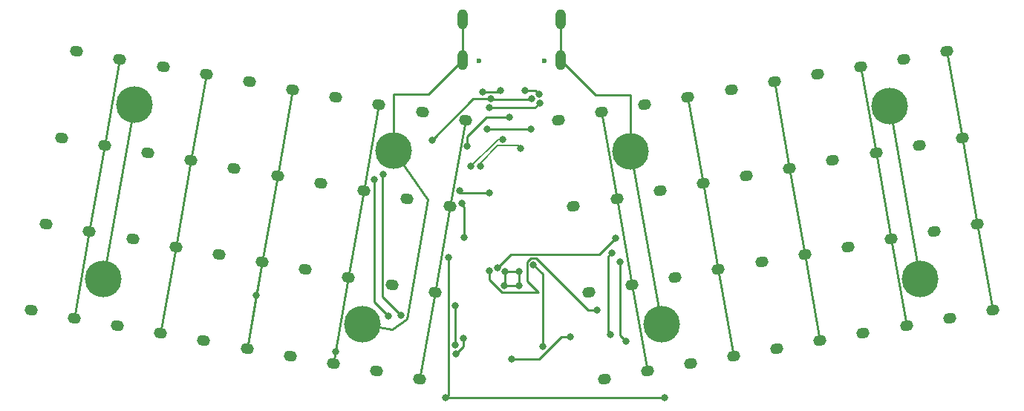
<source format=gbr>
%TF.GenerationSoftware,KiCad,Pcbnew,7.0.8*%
%TF.CreationDate,2023-12-09T20:05:49-06:00*%
%TF.ProjectId,lemmingz40,6c656d6d-696e-4677-9a34-302e6b696361,rev?*%
%TF.SameCoordinates,Original*%
%TF.FileFunction,Copper,L1,Top*%
%TF.FilePolarity,Positive*%
%FSLAX46Y46*%
G04 Gerber Fmt 4.6, Leading zero omitted, Abs format (unit mm)*
G04 Created by KiCad (PCBNEW 7.0.8) date 2023-12-09 20:05:49*
%MOMM*%
%LPD*%
G01*
G04 APERTURE LIST*
G04 Aperture macros list*
%AMHorizOval*
0 Thick line with rounded ends*
0 $1 width*
0 $2 $3 position (X,Y) of the first rounded end (center of the circle)*
0 $4 $5 position (X,Y) of the second rounded end (center of the circle)*
0 Add line between two ends*
20,1,$1,$2,$3,$4,$5,0*
0 Add two circle primitives to create the rounded ends*
1,1,$1,$2,$3*
1,1,$1,$4,$5*%
G04 Aperture macros list end*
%TA.AperFunction,ComponentPad*%
%ADD10HorizOval,1.224000X0.147721X0.026047X-0.147721X-0.026047X0*%
%TD*%
%TA.AperFunction,ComponentPad*%
%ADD11HorizOval,1.224000X0.147721X-0.026047X-0.147721X0.026047X0*%
%TD*%
%TA.AperFunction,ComponentPad*%
%ADD12C,4.190000*%
%TD*%
%TA.AperFunction,WasherPad*%
%ADD13C,0.600000*%
%TD*%
%TA.AperFunction,ComponentPad*%
%ADD14O,1.200000X2.300000*%
%TD*%
%TA.AperFunction,ViaPad*%
%ADD15C,0.800000*%
%TD*%
%TA.AperFunction,Conductor*%
%ADD16C,0.250000*%
%TD*%
%TA.AperFunction,Conductor*%
%ADD17C,0.200000*%
%TD*%
G04 APERTURE END LIST*
D10*
%TO.P,SW2,1,1*%
%TO.N,Net-(D2-A)*%
X137386395Y-41011661D03*
%TO.P,SW2,2,2*%
%TO.N,COL2*%
X142310433Y-40143421D03*
%TD*%
%TO.P,SW32,1,1*%
%TO.N,Net-(D32-A)*%
X142595844Y-70555894D03*
%TO.P,SW32,2,2*%
%TO.N,COL2*%
X147519882Y-69687654D03*
%TD*%
%TO.P,SW10,1,1*%
%TO.N,Net-(D10-A)*%
X97994083Y-47957589D03*
%TO.P,SW10,2,2*%
%TO.N,COL10*%
X102918121Y-47089349D03*
%TD*%
%TO.P,SW20,1,1*%
%TO.N,Net-(D20-A)*%
X99730567Y-57805662D03*
%TO.P,SW20,2,2*%
%TO.N,COL10*%
X104654605Y-56937422D03*
%TD*%
%TO.P,SW8,1,1*%
%TO.N,Net-(D8-A)*%
X107842164Y-46221106D03*
%TO.P,SW8,2,2*%
%TO.N,COL8*%
X112766202Y-45352866D03*
%TD*%
D11*
%TO.P,SW19,1,1*%
%TO.N,Net-(D19-A)*%
X80730564Y-56937423D03*
%TO.P,SW19,2,2*%
%TO.N,COL9*%
X85654602Y-57805663D03*
%TD*%
D10*
%TO.P,SW38,1,1*%
%TO.N,Net-(D38-A)*%
X113051609Y-75765337D03*
%TO.P,SW38,2,2*%
%TO.N,COL8*%
X117975647Y-74897097D03*
%TD*%
D11*
%TO.P,SW15,1,1*%
%TO.N,Net-(D15-A)*%
X61034414Y-53464462D03*
%TO.P,SW15,2,2*%
%TO.N,COL5*%
X65958452Y-54332702D03*
%TD*%
%TO.P,SW21,1,1*%
%TO.N,Net-(D21-A)*%
X39601775Y-59839575D03*
%TO.P,SW21,2,2*%
%TO.N,COL1*%
X44525813Y-60707815D03*
%TD*%
%TO.P,SW1,1,1*%
%TO.N,Net-(D1-A)*%
X43074739Y-40143419D03*
%TO.P,SW1,2,2*%
%TO.N,COL1*%
X47998777Y-41011659D03*
%TD*%
D10*
%TO.P,SW36,1,1*%
%TO.N,Net-(D36-A)*%
X122899685Y-74028858D03*
%TO.P,SW36,2,2*%
%TO.N,COL6*%
X127823723Y-73160618D03*
%TD*%
D11*
%TO.P,SW29,1,1*%
%TO.N,Net-(D29-A)*%
X78994084Y-66785503D03*
%TO.P,SW29,2,2*%
%TO.N,COL9*%
X83918122Y-67653743D03*
%TD*%
%TO.P,SW25,1,1*%
%TO.N,Net-(D25-A)*%
X59297929Y-63312541D03*
%TO.P,SW25,2,2*%
%TO.N,COL5*%
X64221967Y-64180781D03*
%TD*%
%TO.P,SW31,1,1*%
%TO.N,Net-(D31-A)*%
X37865294Y-69687654D03*
%TO.P,SW31,2,2*%
%TO.N,COL1*%
X42789332Y-70555894D03*
%TD*%
%TO.P,SW11,1,1*%
%TO.N,Net-(D11-A)*%
X41338256Y-49991500D03*
%TO.P,SW11,2,2*%
%TO.N,COL1*%
X46262294Y-50859740D03*
%TD*%
%TO.P,SW13,1,1*%
%TO.N,Net-(D13-A)*%
X51186331Y-51727978D03*
%TO.P,SW13,2,2*%
%TO.N,COL3*%
X56110369Y-52596218D03*
%TD*%
D10*
%TO.P,SW4,1,1*%
%TO.N,Net-(D4-A)*%
X127538315Y-42748140D03*
%TO.P,SW4,2,2*%
%TO.N,COL4*%
X132462353Y-41879900D03*
%TD*%
%TO.P,SW34,1,1*%
%TO.N,Net-(D34-A)*%
X132747760Y-72292377D03*
%TO.P,SW34,2,2*%
%TO.N,COL4*%
X137671798Y-71424137D03*
%TD*%
D11*
%TO.P,SW17,1,1*%
%TO.N,Net-(D17-A)*%
X70882489Y-55200946D03*
%TO.P,SW17,2,2*%
%TO.N,COL7*%
X75806527Y-56069186D03*
%TD*%
D10*
%TO.P,SW18,1,1*%
%TO.N,Net-(D18-A)*%
X109578643Y-56069184D03*
%TO.P,SW18,2,2*%
%TO.N,COL8*%
X114502681Y-55200944D03*
%TD*%
D11*
%TO.P,SW33,1,1*%
%TO.N,Net-(D33-A)*%
X47713371Y-71424136D03*
%TO.P,SW33,2,2*%
%TO.N,COL3*%
X52637409Y-72292376D03*
%TD*%
D10*
%TO.P,SW40,1,1*%
%TO.N,Net-(D40-A)*%
X103203531Y-77501822D03*
%TO.P,SW40,2,2*%
%TO.N,COL10*%
X108127569Y-76633582D03*
%TD*%
%TO.P,SW30,1,1*%
%TO.N,Net-(D30-A)*%
X101467049Y-67653740D03*
%TO.P,SW30,2,2*%
%TO.N,COL10*%
X106391087Y-66785500D03*
%TD*%
D11*
%TO.P,SW7,1,1*%
%TO.N,Net-(D7-A)*%
X72618969Y-45352868D03*
%TO.P,SW7,2,2*%
%TO.N,COL7*%
X77543007Y-46221108D03*
%TD*%
D10*
%TO.P,SW14,1,1*%
%TO.N,Net-(D14-A)*%
X129274800Y-52596219D03*
%TO.P,SW14,2,2*%
%TO.N,COL4*%
X134198838Y-51727979D03*
%TD*%
%TO.P,SW12,1,1*%
%TO.N,Net-(D12-A)*%
X139122877Y-50859737D03*
%TO.P,SW12,2,2*%
%TO.N,COL2*%
X144046915Y-49991497D03*
%TD*%
D11*
%TO.P,SW5,1,1*%
%TO.N,Net-(D5-A)*%
X62770893Y-43616386D03*
%TO.P,SW5,2,2*%
%TO.N,COL5*%
X67694931Y-44484626D03*
%TD*%
%TO.P,SW3,1,1*%
%TO.N,Net-(D3-A)*%
X52922816Y-41879903D03*
%TO.P,SW3,2,2*%
%TO.N,COL3*%
X57846854Y-42748143D03*
%TD*%
D10*
%TO.P,SW24,1,1*%
%TO.N,Net-(D24-A)*%
X131011282Y-62444298D03*
%TO.P,SW24,2,2*%
%TO.N,COL4*%
X135935320Y-61576058D03*
%TD*%
%TO.P,SW16,1,1*%
%TO.N,Net-(D16-A)*%
X119426719Y-54332702D03*
%TO.P,SW16,2,2*%
%TO.N,COL6*%
X124350757Y-53464462D03*
%TD*%
%TO.P,SW28,1,1*%
%TO.N,Net-(D28-A)*%
X111315126Y-65917262D03*
%TO.P,SW28,2,2*%
%TO.N,COL8*%
X116239164Y-65049022D03*
%TD*%
D11*
%TO.P,SW37,1,1*%
%TO.N,Net-(D37-A)*%
X67409523Y-74897101D03*
%TO.P,SW37,2,2*%
%TO.N,COL7*%
X72333561Y-75765341D03*
%TD*%
%TO.P,SW9,1,1*%
%TO.N,Net-(D9-A)*%
X82467050Y-47089348D03*
%TO.P,SW9,2,2*%
%TO.N,COL9*%
X87391088Y-47957588D03*
%TD*%
%TO.P,SW39,1,1*%
%TO.N,Net-(D39-A)*%
X77257603Y-76633582D03*
%TO.P,SW39,2,2*%
%TO.N,COL9*%
X82181641Y-77501822D03*
%TD*%
D10*
%TO.P,SW26,1,1*%
%TO.N,Net-(D26-A)*%
X121163203Y-64180781D03*
%TO.P,SW26,2,2*%
%TO.N,COL6*%
X126087241Y-63312541D03*
%TD*%
%TO.P,SW22,1,1*%
%TO.N,Net-(D22-A)*%
X140859359Y-60707817D03*
%TO.P,SW22,2,2*%
%TO.N,COL2*%
X145783397Y-59839577D03*
%TD*%
D11*
%TO.P,SW23,1,1*%
%TO.N,Net-(D23-A)*%
X49449856Y-61576054D03*
%TO.P,SW23,2,2*%
%TO.N,COL3*%
X54373894Y-62444294D03*
%TD*%
%TO.P,SW27,1,1*%
%TO.N,Net-(D27-A)*%
X69146007Y-65049023D03*
%TO.P,SW27,2,2*%
%TO.N,COL7*%
X74070045Y-65917263D03*
%TD*%
%TO.P,SW35,1,1*%
%TO.N,Net-(D35-A)*%
X57561445Y-73160615D03*
%TO.P,SW35,2,2*%
%TO.N,COL5*%
X62485483Y-74028855D03*
%TD*%
D10*
%TO.P,SW6,1,1*%
%TO.N,Net-(D6-A)*%
X117690239Y-44484625D03*
%TO.P,SW6,2,2*%
%TO.N,COL6*%
X122614277Y-43616385D03*
%TD*%
D12*
%TO.P,H3,1,1*%
%TO.N,GND*%
X46119592Y-66065976D03*
%TD*%
%TO.P,H6,1,1*%
%TO.N,GND*%
X135792617Y-46369820D03*
%TD*%
%TO.P,H2,1,1*%
%TO.N,GND*%
X79157630Y-51461058D03*
%TD*%
%TO.P,H1,1,1*%
%TO.N,GND*%
X49613397Y-46251616D03*
%TD*%
D13*
%TO.P,J1,*%
%TO.N,*%
X88910012Y-41184151D03*
X96410012Y-41184151D03*
D14*
%TO.P,J1,S1,Shield*%
%TO.N,GND*%
X87085012Y-41104151D03*
X98235012Y-41104151D03*
X87085012Y-36504151D03*
X98235012Y-36504151D03*
%TD*%
D12*
%TO.P,H4,1,1*%
%TO.N,GND*%
X75663823Y-71275424D03*
%TD*%
%TO.P,H7,1,1*%
%TO.N,GND*%
X109721346Y-71275421D03*
%TD*%
%TO.P,H8,1,1*%
%TO.N,GND*%
X139265580Y-66065975D03*
%TD*%
%TO.P,H5,1,1*%
%TO.N,GND*%
X106248381Y-51579265D03*
%TD*%
D15*
%TO.N,GND*%
X90081655Y-46584957D03*
X86228081Y-69127136D03*
X93493345Y-65241990D03*
X86228081Y-73627137D03*
X95859116Y-46012026D03*
X91826681Y-66908655D03*
X93493343Y-66908657D03*
X91935511Y-65241992D03*
%TO.N,NRST*%
X99378390Y-72690274D03*
X92660012Y-75241986D03*
%TO.N,+5V*%
X92409602Y-47626409D03*
X90160050Y-56275350D03*
X86702372Y-56035710D03*
X87596316Y-50963390D03*
%TO.N,ROW1*%
X94860049Y-48975349D03*
X87245296Y-61331650D03*
X89875457Y-48995453D03*
X86964129Y-57477137D03*
%TO.N,ROW2*%
X104503082Y-61477136D03*
X91033135Y-64812200D03*
%TO.N,ROW3*%
X90103081Y-65177137D03*
X102428081Y-69702137D03*
%TO.N,ROW4*%
X110128037Y-79660437D03*
X85428081Y-63677136D03*
X85128047Y-79660439D03*
%TO.N,VBUS*%
X90260049Y-45575351D03*
X83560051Y-50275352D03*
X94960049Y-45575352D03*
%TO.N,Net-(J1-CC1)*%
X89385951Y-44801958D03*
X91360049Y-44575352D03*
%TO.N,Net-(J1-CC2)*%
X95833295Y-44999982D03*
X94185512Y-44575349D03*
%TO.N,BOOT0*%
X95135607Y-64464568D03*
X96211519Y-73793497D03*
%TO.N,COL1*%
X80028082Y-70252137D03*
X78003081Y-54177138D03*
%TO.N,COL2*%
X104053081Y-63152139D03*
X103953081Y-72485781D03*
%TO.N,COL3*%
X77028081Y-54727136D03*
X78578081Y-70302137D03*
%TO.N,COL4*%
X105703081Y-73210280D03*
X105028083Y-64177138D03*
%TO.N,COL5*%
X63556973Y-67952136D03*
%TO.N,COL7*%
X72626831Y-74415038D03*
%TO.N,COL9*%
X87153081Y-72850821D03*
X86327180Y-74627137D03*
%TO.N,D_P*%
X89085048Y-53275350D03*
X93710014Y-51200350D03*
%TO.N,D_N*%
X88035047Y-53275353D03*
X91660049Y-50200850D03*
%TD*%
D16*
%TO.N,GND*%
X91935513Y-66799824D02*
X91826681Y-66908655D01*
X106248381Y-45102039D02*
X106248381Y-51579265D01*
X106248383Y-51579267D02*
X106248381Y-51579265D01*
X98235012Y-41104151D02*
X98235012Y-36504151D01*
X79157630Y-51461058D02*
X79157630Y-45016050D01*
X78992458Y-71862351D02*
X75663823Y-71275424D01*
X135792617Y-46369820D02*
X139265580Y-66065975D01*
X86228081Y-69127136D02*
X86228081Y-73627137D01*
X87085012Y-41104151D02*
X87085012Y-36504151D01*
X91826681Y-66908655D02*
X93493343Y-66908657D01*
X102232900Y-45102039D02*
X106248381Y-45102039D01*
X79157630Y-51461058D02*
X83087911Y-57074084D01*
X87085012Y-41104151D02*
X83173113Y-45016050D01*
X80689920Y-70673775D02*
X78992458Y-71862351D01*
X91935511Y-65241992D02*
X93493345Y-65241990D01*
X109721346Y-71275421D02*
X106248383Y-51579267D01*
X98235012Y-41104151D02*
X102232900Y-45102039D01*
X83087911Y-57074084D02*
X80689920Y-70673775D01*
X91935511Y-65241992D02*
X91935513Y-66799824D01*
X93493345Y-65241990D02*
X93493343Y-66908657D01*
X95286185Y-46584957D02*
X90081655Y-46584957D01*
X95859116Y-46012026D02*
X95286185Y-46584957D01*
X83173113Y-45016050D02*
X79157630Y-45016050D01*
X49613397Y-46251616D02*
X46119592Y-66065976D01*
%TO.N,NRST*%
X99378390Y-72690274D02*
X98340048Y-72690272D01*
X95788335Y-75241986D02*
X92660012Y-75241986D01*
X98340048Y-72690272D02*
X95788335Y-75241986D01*
%TO.N,+5V*%
X89805101Y-47626409D02*
X87596316Y-49835194D01*
X87596316Y-49835194D02*
X87596316Y-50963390D01*
X86942013Y-56275350D02*
X86702372Y-56035710D01*
X92409602Y-47626409D02*
X89805101Y-47626409D01*
X90160050Y-56275350D02*
X86942013Y-56275350D01*
%TO.N,ROW1*%
X89895560Y-48975352D02*
X89875457Y-48995453D01*
X87245296Y-61331650D02*
X87245296Y-57869352D01*
X94860049Y-48975349D02*
X89895560Y-48975352D01*
X87245296Y-57869352D02*
X87028080Y-57652137D01*
%TO.N,ROW2*%
X102690649Y-63289570D02*
X104503082Y-61477136D01*
X92555767Y-63289569D02*
X102690649Y-63289570D01*
X91033135Y-64812200D02*
X92555767Y-63289569D01*
%TO.N,ROW3*%
X90103081Y-65177137D02*
X90103080Y-66210364D01*
X94835303Y-63739570D02*
X95435912Y-63739567D01*
X94410606Y-66372702D02*
X94410608Y-64164263D01*
X91526375Y-67633656D02*
X95671562Y-67633656D01*
X101398480Y-69702138D02*
X102428081Y-69702137D01*
X94410608Y-64164263D02*
X94835303Y-63739570D01*
X90103080Y-66210364D02*
X91526375Y-67633656D01*
X95671562Y-67633656D02*
X94410606Y-66372702D01*
X95435912Y-63739567D02*
X101398480Y-69702138D01*
%TO.N,ROW4*%
X85428082Y-79360404D02*
X85128047Y-79660439D01*
X85428081Y-63677136D02*
X85428082Y-79360404D01*
X85128047Y-79660439D02*
X110128037Y-79660437D01*
%TO.N,VBUS*%
X94885411Y-45649990D02*
X94960049Y-45575352D01*
X83575328Y-50275350D02*
X83560051Y-50275352D01*
X90260049Y-45575351D02*
X88275329Y-45575351D01*
X92660014Y-45649991D02*
X90334691Y-45649991D01*
X92660014Y-45649991D02*
X94885411Y-45649990D01*
X90160049Y-45475351D02*
X90260049Y-45575351D01*
X90334691Y-45649991D02*
X90260049Y-45575351D01*
X88275329Y-45575351D02*
X83575328Y-50275350D01*
%TO.N,Net-(J1-CC1)*%
X89385951Y-44801958D02*
X91133443Y-44801958D01*
X91260048Y-44475352D02*
X91360049Y-44575352D01*
X91133443Y-44801958D02*
X91360049Y-44575352D01*
%TO.N,Net-(J1-CC2)*%
X95408662Y-44575349D02*
X95833295Y-44999982D01*
X94185512Y-44575349D02*
X95408662Y-44575349D01*
%TO.N,BOOT0*%
X96211519Y-73793497D02*
X96211521Y-65540480D01*
X96211521Y-65540480D02*
X95135607Y-64464568D01*
%TO.N,COL1*%
X44525812Y-60707815D02*
X46262291Y-50859737D01*
X77909421Y-54270795D02*
X78003081Y-54177138D01*
X47998774Y-41011663D02*
X47998776Y-41011662D01*
X46262291Y-50859737D02*
X46262292Y-50859738D01*
X46262291Y-50859737D02*
X46262292Y-50859738D01*
X44525812Y-60707815D02*
X46262291Y-50859737D01*
X42789332Y-70555889D02*
X44525812Y-60707815D01*
X44525812Y-60707815D02*
X46262291Y-50859737D01*
X46262291Y-50859737D02*
X46262292Y-50859738D01*
X42789332Y-70555889D02*
X44525812Y-60707815D01*
X46262291Y-50859737D02*
X46262292Y-50859738D01*
X46262292Y-50859738D02*
X47998774Y-41011663D01*
X47998774Y-41011663D02*
X47998776Y-41011662D01*
X47998774Y-41011663D02*
X47998776Y-41011662D01*
X42789332Y-70555889D02*
X44525812Y-60707815D01*
X44525812Y-60707815D02*
X46262291Y-50859737D01*
X77909423Y-68133478D02*
X77909421Y-54270795D01*
X80028082Y-70252137D02*
X77909423Y-68133478D01*
X46262291Y-50859737D02*
X46262292Y-50859738D01*
X47998774Y-41011663D02*
X47998776Y-41011662D01*
X46262292Y-50859738D02*
X47998774Y-41011663D01*
X44525812Y-60707815D02*
X46262291Y-50859737D01*
X42789332Y-70555889D02*
X44525812Y-60707815D01*
X44525812Y-60707815D02*
X46262291Y-50859737D01*
X47998774Y-41011663D02*
X47998776Y-41011662D01*
X46262291Y-50859737D02*
X46262292Y-50859738D01*
X46262292Y-50859738D02*
X47998774Y-41011663D01*
X44525812Y-60707815D02*
X46262291Y-50859737D01*
X42789332Y-70555889D02*
X44525812Y-60707815D01*
X46262291Y-50859737D02*
X46262292Y-50859738D01*
X46262292Y-50859738D02*
X47998774Y-41011663D01*
X46262292Y-50859738D02*
X47998774Y-41011663D01*
X46262292Y-50859738D02*
X47998774Y-41011663D01*
X46262292Y-50859738D02*
X47998774Y-41011663D01*
X47998774Y-41011663D02*
X47998776Y-41011662D01*
X47998774Y-41011663D02*
X47998776Y-41011662D01*
X42789332Y-70555889D02*
X44525812Y-60707815D01*
X42789332Y-70555889D02*
X44525812Y-60707815D01*
%TO.N,COL2*%
X103703081Y-63502137D02*
X104053081Y-63152139D01*
X147519875Y-69687653D02*
X147519879Y-69687650D01*
X142310434Y-40143422D02*
X144046913Y-49991497D01*
X147519875Y-69687653D02*
X147519879Y-69687650D01*
X145783396Y-59839578D02*
X147519875Y-69687653D01*
X147519875Y-69687653D02*
X147519879Y-69687650D01*
X142310434Y-40143422D02*
X144046913Y-49991497D01*
X144046914Y-49991496D02*
X145783393Y-59839575D01*
X103953081Y-72485781D02*
X103703081Y-72235783D01*
X144046913Y-49991497D02*
X144046914Y-49991496D01*
X147519875Y-69687653D02*
X147519879Y-69687650D01*
X145783396Y-59839578D02*
X147519875Y-69687653D01*
X144046913Y-49991497D02*
X144046914Y-49991496D01*
X103703081Y-72235783D02*
X103703081Y-63502137D01*
X145783393Y-59839575D02*
X145783396Y-59839578D01*
X142310434Y-40143422D02*
X144046913Y-49991497D01*
X144046914Y-49991496D02*
X145783393Y-59839575D01*
X147519875Y-69687653D02*
X147519879Y-69687650D01*
X144046914Y-49991496D02*
X145783393Y-59839575D01*
X142310434Y-40143422D02*
X144046913Y-49991497D01*
X145783393Y-59839575D02*
X145783396Y-59839578D01*
X145783393Y-59839575D02*
X145783396Y-59839578D01*
X145783396Y-59839578D02*
X147519875Y-69687653D01*
X145783396Y-59839578D02*
X147519875Y-69687653D01*
X145783396Y-59839578D02*
X147519875Y-69687653D01*
X147519875Y-69687653D02*
X147519879Y-69687650D01*
X142310434Y-40143422D02*
X144046913Y-49991497D01*
X145783396Y-59839578D02*
X147519875Y-69687653D01*
X145783393Y-59839575D02*
X145783396Y-59839578D01*
X142310434Y-40143422D02*
X144046913Y-49991497D01*
X144046913Y-49991497D02*
X144046914Y-49991496D01*
X144046914Y-49991496D02*
X145783393Y-59839575D01*
X145783393Y-59839575D02*
X145783396Y-59839578D01*
X144046914Y-49991496D02*
X145783393Y-59839575D01*
X145783396Y-59839578D02*
X147519875Y-69687653D01*
X142310434Y-40143422D02*
X144046913Y-49991497D01*
X144046913Y-49991497D02*
X144046914Y-49991496D01*
X144046913Y-49991497D02*
X144046914Y-49991496D01*
X144046914Y-49991496D02*
X145783393Y-59839575D01*
X145783393Y-59839575D02*
X145783396Y-59839578D01*
X147519875Y-69687653D02*
X147519879Y-69687650D01*
X144046913Y-49991497D02*
X144046914Y-49991496D01*
X145783393Y-59839575D02*
X145783396Y-59839578D01*
X144046914Y-49991496D02*
X145783393Y-59839575D01*
X144046913Y-49991497D02*
X144046914Y-49991496D01*
%TO.N,COL3*%
X56110369Y-52596222D02*
X56110371Y-52596220D01*
X56110369Y-52596222D02*
X56110371Y-52596220D01*
X56110371Y-52596220D02*
X57846854Y-42748142D01*
X54373888Y-62444295D02*
X54373890Y-62444296D01*
X54373890Y-62444296D02*
X56110369Y-52596222D01*
X56110369Y-52596222D02*
X56110371Y-52596220D01*
X56110369Y-52596222D02*
X56110371Y-52596220D01*
X54373888Y-62444295D02*
X54373890Y-62444296D01*
X52637407Y-72292376D02*
X54373888Y-62444295D01*
X56110371Y-52596220D02*
X57846854Y-42748142D01*
X52637407Y-72292376D02*
X54373888Y-62444295D01*
X54373890Y-62444296D02*
X56110369Y-52596222D01*
X52637407Y-72292376D02*
X54373888Y-62444295D01*
X52637407Y-72292376D02*
X54373888Y-62444295D01*
X54373890Y-62444296D02*
X56110369Y-52596222D01*
X54373888Y-62444295D02*
X54373890Y-62444296D01*
X54373888Y-62444295D02*
X54373890Y-62444296D01*
X56110371Y-52596220D02*
X57846854Y-42748142D01*
X52637407Y-72292376D02*
X54373888Y-62444295D01*
X52637407Y-72292376D02*
X54373888Y-62444295D01*
X56110371Y-52596220D02*
X57846854Y-42748142D01*
X77028081Y-68752137D02*
X77028081Y-54727136D01*
X54373890Y-62444296D02*
X56110369Y-52596222D01*
X54373888Y-62444295D02*
X54373890Y-62444296D01*
X78578081Y-70302137D02*
X77028081Y-68752137D01*
X56110371Y-52596220D02*
X57846854Y-42748142D01*
X56110369Y-52596222D02*
X56110371Y-52596220D01*
X56110369Y-52596222D02*
X56110371Y-52596220D01*
X56110371Y-52596220D02*
X57846854Y-42748142D01*
X54373888Y-62444295D02*
X54373890Y-62444296D01*
X54373890Y-62444296D02*
X56110369Y-52596222D01*
X56110369Y-52596222D02*
X56110371Y-52596220D01*
X52637407Y-72292376D02*
X54373888Y-62444295D01*
X54373890Y-62444296D02*
X56110369Y-52596222D01*
X54373890Y-62444296D02*
X56110369Y-52596222D01*
X54373888Y-62444295D02*
X54373890Y-62444296D01*
X56110371Y-52596220D02*
X57846854Y-42748142D01*
%TO.N,COL4*%
X134198837Y-51727983D02*
X135935319Y-61576058D01*
X135935319Y-61576058D02*
X135935320Y-61576057D01*
X135935319Y-61576058D02*
X135935320Y-61576057D01*
X137671800Y-71424132D02*
X137671800Y-71424134D01*
X135935319Y-61576058D02*
X135935320Y-61576057D01*
X134198837Y-51727976D02*
X134198837Y-51727983D01*
X135935320Y-61576057D02*
X137671800Y-71424132D01*
X137671800Y-71424132D02*
X137671800Y-71424134D01*
X137671800Y-71424132D02*
X137671800Y-71424134D01*
X134198837Y-51727983D02*
X135935319Y-61576058D01*
X135935320Y-61576057D02*
X137671800Y-71424132D01*
X132462354Y-41879903D02*
X134198837Y-51727976D01*
X105703081Y-73210280D02*
X105028082Y-72535282D01*
X105028082Y-72535282D02*
X105028083Y-64177138D01*
X134198837Y-51727983D02*
X135935319Y-61576058D01*
X132462354Y-41879903D02*
X134198837Y-51727976D01*
X135935319Y-61576058D02*
X135935320Y-61576057D01*
X134198837Y-51727976D02*
X134198837Y-51727983D01*
X137671800Y-71424132D02*
X137671800Y-71424134D01*
X137671800Y-71424132D02*
X137671800Y-71424134D01*
X137671800Y-71424132D02*
X137671800Y-71424134D01*
X135935319Y-61576058D02*
X135935320Y-61576057D01*
X135935320Y-61576057D02*
X137671800Y-71424132D01*
X135935319Y-61576058D02*
X135935320Y-61576057D01*
X135935320Y-61576057D02*
X137671800Y-71424132D01*
X132462354Y-41879903D02*
X134198837Y-51727976D01*
X134198837Y-51727983D02*
X135935319Y-61576058D01*
X137671800Y-71424132D02*
X137671800Y-71424134D01*
X135935320Y-61576057D02*
X137671800Y-71424132D01*
X132462354Y-41879903D02*
X134198837Y-51727976D01*
X132462354Y-41879903D02*
X134198837Y-51727976D01*
X134198837Y-51727983D02*
X135935319Y-61576058D01*
X134198837Y-51727983D02*
X135935319Y-61576058D01*
X132462354Y-41879903D02*
X134198837Y-51727976D01*
X132462354Y-41879903D02*
X134198837Y-51727976D01*
X134198837Y-51727976D02*
X134198837Y-51727983D01*
X135935319Y-61576058D02*
X135935320Y-61576057D01*
X135935320Y-61576057D02*
X137671800Y-71424132D01*
X134198837Y-51727976D02*
X134198837Y-51727983D01*
X134198837Y-51727976D02*
X134198837Y-51727983D01*
X134198837Y-51727983D02*
X135935319Y-61576058D01*
X135935320Y-61576057D02*
X137671800Y-71424132D01*
X134198837Y-51727976D02*
X134198837Y-51727983D01*
X134198837Y-51727976D02*
X134198837Y-51727983D01*
%TO.N,COL5*%
X64221966Y-64180779D02*
X65958448Y-54332701D01*
X65958448Y-54332701D02*
X65958448Y-54332702D01*
X67694931Y-44484625D02*
X67694931Y-44484625D01*
X65958448Y-54332702D02*
X67694931Y-44484625D01*
X62485486Y-74028859D02*
X64221966Y-64180779D01*
X64221966Y-64180779D02*
X64221966Y-64180779D01*
X62485486Y-74028859D02*
X63556973Y-67952136D01*
X64221966Y-64180779D02*
X64221966Y-64180779D01*
X67694931Y-44484625D02*
X67694931Y-44484625D01*
X64221966Y-64180779D02*
X65958448Y-54332701D01*
X65958448Y-54332701D02*
X65958448Y-54332702D01*
X67694931Y-44484625D02*
X67694931Y-44484625D01*
X67694931Y-44484625D02*
X67694931Y-44484625D01*
X65958448Y-54332701D02*
X65958448Y-54332702D01*
X67694931Y-44484625D02*
X67694931Y-44484625D01*
X65958448Y-54332702D02*
X67694931Y-44484625D01*
X65958448Y-54332702D02*
X67694931Y-44484625D01*
X64221966Y-64180779D02*
X65958448Y-54332701D01*
X64221966Y-64180779D02*
X65958448Y-54332701D01*
X62485486Y-74028859D02*
X64221966Y-64180779D01*
X64221966Y-64180779D02*
X64221966Y-64180779D01*
X64221966Y-64180779D02*
X65958448Y-54332701D01*
X65958448Y-54332701D02*
X65958448Y-54332702D01*
X64221966Y-64180779D02*
X65958448Y-54332701D01*
X67694931Y-44484625D02*
X67694931Y-44484625D01*
X62485486Y-74028859D02*
X64221966Y-64180779D01*
X62485486Y-74028859D02*
X64221966Y-64180779D01*
X65958448Y-54332702D02*
X67694931Y-44484625D01*
X62485486Y-74028859D02*
X64221966Y-64180779D01*
X64221966Y-64180779D02*
X64221966Y-64180779D01*
X64221966Y-64180779D02*
X65958448Y-54332701D01*
X65958448Y-54332701D02*
X65958448Y-54332702D01*
X64221966Y-64180779D02*
X64221966Y-64180779D01*
X64221966Y-64180779D02*
X64221966Y-64180779D01*
X65958448Y-54332701D02*
X65958448Y-54332702D01*
X62485486Y-74028859D02*
X64221966Y-64180779D01*
X65958448Y-54332702D02*
X67694931Y-44484625D01*
X67694931Y-44484625D02*
X67694931Y-44484625D01*
X65958448Y-54332701D02*
X65958448Y-54332702D01*
X63556973Y-67952136D02*
X64221966Y-64180779D01*
X64221966Y-64180779D02*
X64221966Y-64180779D01*
X65958448Y-54332702D02*
X67694931Y-44484625D01*
X65958448Y-54332702D02*
X67694931Y-44484625D01*
%TO.N,COL6*%
X124350758Y-53464463D02*
X126087239Y-63312540D01*
X122614281Y-43616385D02*
X124350757Y-53464459D01*
X126087239Y-63312540D02*
X126087239Y-63312541D01*
X124350757Y-53464459D02*
X124350758Y-53464463D01*
X126087239Y-63312541D02*
X127823722Y-73160617D01*
X124350758Y-53464463D02*
X126087239Y-63312540D01*
X124350757Y-53464459D02*
X124350758Y-53464463D01*
X124350758Y-53464463D02*
X126087239Y-63312540D01*
X124350758Y-53464463D02*
X126087239Y-63312540D01*
X127823722Y-73160617D02*
X127823722Y-73160618D01*
X126087239Y-63312541D02*
X127823722Y-73160617D01*
X126087239Y-63312541D02*
X127823722Y-73160617D01*
X124350758Y-53464463D02*
X126087239Y-63312540D01*
X126087239Y-63312540D02*
X126087239Y-63312541D01*
X126087239Y-63312540D02*
X126087239Y-63312541D01*
X126087239Y-63312541D02*
X127823722Y-73160617D01*
X126087239Y-63312541D02*
X127823722Y-73160617D01*
X124350757Y-53464459D02*
X124350758Y-53464463D01*
X124350757Y-53464459D02*
X124350758Y-53464463D01*
X122614281Y-43616385D02*
X124350757Y-53464459D01*
X122614281Y-43616385D02*
X124350757Y-53464459D01*
X124350757Y-53464459D02*
X124350758Y-53464463D01*
X127823722Y-73160617D02*
X127823722Y-73160618D01*
X127823722Y-73160617D02*
X127823722Y-73160618D01*
X127823722Y-73160617D02*
X127823722Y-73160618D01*
X126087239Y-63312540D02*
X126087239Y-63312541D01*
X122614281Y-43616385D02*
X124350757Y-53464459D01*
X124350758Y-53464463D02*
X126087239Y-63312540D01*
X126087239Y-63312540D02*
X126087239Y-63312541D01*
X124350757Y-53464459D02*
X124350758Y-53464463D01*
X122614281Y-43616385D02*
X124350757Y-53464459D01*
X127823722Y-73160617D02*
X127823722Y-73160618D01*
X126087239Y-63312541D02*
X127823722Y-73160617D01*
X124350757Y-53464459D02*
X124350758Y-53464463D01*
X122614281Y-43616385D02*
X124350757Y-53464459D01*
X126087239Y-63312540D02*
X126087239Y-63312541D01*
X127823722Y-73160617D02*
X127823722Y-73160618D01*
X127823722Y-73160617D02*
X127823722Y-73160618D01*
X126087239Y-63312540D02*
X126087239Y-63312541D01*
X124350758Y-53464463D02*
X126087239Y-63312540D01*
X126087239Y-63312541D02*
X127823722Y-73160617D01*
X122614281Y-43616385D02*
X124350757Y-53464459D01*
%TO.N,COL7*%
X74070043Y-65917260D02*
X74070045Y-65917261D01*
X75806529Y-56069183D02*
X77543006Y-46221108D01*
X74070045Y-65917261D02*
X75806525Y-56069182D01*
X74070043Y-65917260D02*
X74070045Y-65917261D01*
X75806529Y-56069183D02*
X77543006Y-46221108D01*
X72333564Y-75765335D02*
X74070043Y-65917260D01*
X75806525Y-56069182D02*
X75806529Y-56069183D01*
X74070043Y-65917260D02*
X74070045Y-65917261D01*
X74070045Y-65917261D02*
X75806525Y-56069182D01*
X74070043Y-65917260D02*
X74070045Y-65917261D01*
X75806525Y-56069182D02*
X75806529Y-56069183D01*
X74070043Y-65917260D02*
X74070045Y-65917261D01*
X74070045Y-65917261D02*
X75806525Y-56069182D01*
X75806529Y-56069183D02*
X77543006Y-46221108D01*
X74070043Y-65917260D02*
X74070045Y-65917261D01*
X75806525Y-56069182D02*
X75806529Y-56069183D01*
X75806525Y-56069182D02*
X75806529Y-56069183D01*
X75806525Y-56069182D02*
X75806529Y-56069183D01*
X72333564Y-75765335D02*
X74070043Y-65917260D01*
X75806525Y-56069182D02*
X75806529Y-56069183D01*
X74070045Y-65917261D02*
X75806525Y-56069182D01*
X74070045Y-65917261D02*
X75806525Y-56069182D01*
X72333564Y-75765335D02*
X74070043Y-65917260D01*
X74070045Y-65917261D02*
X75806525Y-56069182D01*
X74070045Y-65917261D02*
X75806525Y-56069182D01*
X74070043Y-65917260D02*
X74070045Y-65917261D01*
X75806529Y-56069183D02*
X77543006Y-46221108D01*
X75806525Y-56069182D02*
X75806529Y-56069183D01*
X72333564Y-75765335D02*
X74070043Y-65917260D01*
X72333564Y-75765335D02*
X74070043Y-65917260D01*
X75806529Y-56069183D02*
X77543006Y-46221108D01*
X75806529Y-56069183D02*
X77543006Y-46221108D01*
X72333564Y-75765335D02*
X74070043Y-65917260D01*
X72333564Y-75765335D02*
X74070043Y-65917260D01*
X75806529Y-56069183D02*
X77543006Y-46221108D01*
%TO.N,COL8*%
X117975645Y-74897097D02*
X117975645Y-74897098D01*
X117975645Y-74897097D02*
X117975645Y-74897098D01*
X117975645Y-74897097D02*
X117975645Y-74897098D01*
X116239162Y-65049018D02*
X116239162Y-65049020D01*
X116239162Y-65049020D02*
X117975645Y-74897097D01*
X116239162Y-65049018D02*
X116239162Y-65049020D01*
X114502683Y-55200942D02*
X116239162Y-65049018D01*
X116239162Y-65049018D02*
X116239162Y-65049020D01*
X117975645Y-74897097D02*
X117975645Y-74897098D01*
X114502682Y-55200942D02*
X114502683Y-55200942D01*
X116239162Y-65049018D02*
X116239162Y-65049020D01*
X112766198Y-45352866D02*
X114502682Y-55200942D01*
X116239162Y-65049018D02*
X116239162Y-65049020D01*
X112766198Y-45352866D02*
X114502682Y-55200942D01*
X114502683Y-55200942D02*
X116239162Y-65049018D01*
X114502683Y-55200942D02*
X116239162Y-65049018D01*
X116239162Y-65049020D02*
X117975645Y-74897097D01*
X114502682Y-55200942D02*
X114502683Y-55200942D01*
X116239162Y-65049018D02*
X116239162Y-65049020D01*
X114502683Y-55200942D02*
X116239162Y-65049018D01*
X117975645Y-74897097D02*
X117975645Y-74897098D01*
X112766198Y-45352866D02*
X114502682Y-55200942D01*
X114502683Y-55200942D02*
X116239162Y-65049018D01*
X116239162Y-65049018D02*
X116239162Y-65049020D01*
X114502682Y-55200942D02*
X114502683Y-55200942D01*
X114502683Y-55200942D02*
X116239162Y-65049018D01*
X117975645Y-74897097D02*
X117975645Y-74897098D01*
X112766198Y-45352866D02*
X114502682Y-55200942D01*
X114502682Y-55200942D02*
X114502683Y-55200942D01*
X117975645Y-74897097D02*
X117975645Y-74897098D01*
X114502683Y-55200942D02*
X116239162Y-65049018D01*
X116239162Y-65049020D02*
X117975645Y-74897097D01*
X112766198Y-45352866D02*
X114502682Y-55200942D01*
X112766198Y-45352866D02*
X114502682Y-55200942D01*
X116239162Y-65049020D02*
X117975645Y-74897097D01*
X116239162Y-65049020D02*
X117975645Y-74897097D01*
X112766198Y-45352866D02*
X114502682Y-55200942D01*
X114502682Y-55200942D02*
X114502683Y-55200942D01*
X116239162Y-65049020D02*
X117975645Y-74897097D01*
X114502682Y-55200942D02*
X114502683Y-55200942D01*
X114502682Y-55200942D02*
X114502683Y-55200942D01*
X116239162Y-65049020D02*
X117975645Y-74897097D01*
%TO.N,COL9*%
X85654607Y-57805662D02*
X85654606Y-57805663D01*
X85654607Y-57805662D02*
X85654606Y-57805663D01*
X85654606Y-57805663D02*
X87391084Y-47957587D01*
X85654606Y-57805663D02*
X87391084Y-47957587D01*
X87391084Y-47957587D02*
X87391087Y-47957589D01*
X85654606Y-57805663D02*
X87391084Y-47957587D01*
X85654607Y-57805662D02*
X85654606Y-57805663D01*
X85654607Y-57805662D02*
X85654606Y-57805663D01*
X82181640Y-77501820D02*
X83918122Y-67653744D01*
X87391084Y-47957587D02*
X87391087Y-47957589D01*
X85654607Y-57805662D02*
X85654606Y-57805663D01*
X87391084Y-47957587D02*
X87391087Y-47957589D01*
X82181640Y-77501820D02*
X83918122Y-67653744D01*
X85654606Y-57805663D02*
X87391084Y-47957587D01*
X83918122Y-67653744D02*
X85654607Y-57805662D01*
X83918122Y-67653744D02*
X85654607Y-57805662D01*
X82181640Y-77501820D02*
X83918122Y-67653744D01*
X85654606Y-57805663D02*
X87391084Y-47957587D01*
X82181640Y-77501820D02*
X83918122Y-67653744D01*
X83918122Y-67653744D02*
X85654607Y-57805662D01*
X82181640Y-77501820D02*
X83918122Y-67653744D01*
X87153081Y-73801236D02*
X86327180Y-74627137D01*
X82181640Y-77501820D02*
X83918122Y-67653744D01*
X82181640Y-77501820D02*
X83918122Y-67653744D01*
X87391084Y-47957587D02*
X87391087Y-47957589D01*
X87153081Y-72850821D02*
X87153081Y-73801236D01*
X87391084Y-47957587D02*
X87391087Y-47957589D01*
X85654607Y-57805662D02*
X85654606Y-57805663D01*
X83918122Y-67653744D02*
X85654607Y-57805662D01*
X83918122Y-67653744D02*
X85654607Y-57805662D01*
X85654606Y-57805663D02*
X87391084Y-47957587D01*
X87391084Y-47957587D02*
X87391087Y-47957589D01*
X87391084Y-47957587D02*
X87391087Y-47957589D01*
X83918122Y-67653744D02*
X85654607Y-57805662D01*
X85654607Y-57805662D02*
X85654606Y-57805663D01*
X85654606Y-57805663D02*
X87391084Y-47957587D01*
X83918122Y-67653744D02*
X85654607Y-57805662D01*
%TO.N,COL10*%
X106391087Y-66785503D02*
X108127568Y-76633579D01*
X108127568Y-76633579D02*
X108127569Y-76633579D01*
X104654605Y-56937428D02*
X106391083Y-66785502D01*
X104654602Y-56937424D02*
X104654605Y-56937428D01*
X104654605Y-56937428D02*
X106391083Y-66785502D01*
X106391083Y-66785502D02*
X106391087Y-66785503D01*
X106391087Y-66785503D02*
X108127568Y-76633579D01*
X102918123Y-47089350D02*
X104654602Y-56937424D01*
X104654602Y-56937424D02*
X104654605Y-56937428D01*
X104654605Y-56937428D02*
X106391083Y-66785502D01*
X104654602Y-56937424D02*
X104654605Y-56937428D01*
X102918123Y-47089350D02*
X104654602Y-56937424D01*
X106391087Y-66785503D02*
X108127568Y-76633579D01*
X106391083Y-66785502D02*
X106391087Y-66785503D01*
X104654602Y-56937424D02*
X104654605Y-56937428D01*
X106391083Y-66785502D02*
X106391087Y-66785503D01*
X104654602Y-56937424D02*
X104654605Y-56937428D01*
X102918123Y-47089350D02*
X104654602Y-56937424D01*
X106391083Y-66785502D02*
X106391087Y-66785503D01*
X104654602Y-56937424D02*
X104654605Y-56937428D01*
X104654605Y-56937428D02*
X106391083Y-66785502D01*
X102918123Y-47089350D02*
X104654602Y-56937424D01*
X108127568Y-76633579D02*
X108127569Y-76633579D01*
X102918123Y-47089350D02*
X104654602Y-56937424D01*
X106391087Y-66785503D02*
X108127568Y-76633579D01*
X108127568Y-76633579D02*
X108127569Y-76633579D01*
X108127568Y-76633579D02*
X108127569Y-76633579D01*
X106391087Y-66785503D02*
X108127568Y-76633579D01*
X102918123Y-47089350D02*
X104654602Y-56937424D01*
X108127568Y-76633579D02*
X108127569Y-76633579D01*
X106391083Y-66785502D02*
X106391087Y-66785503D01*
X102918123Y-47089350D02*
X104654602Y-56937424D01*
X104654605Y-56937428D02*
X106391083Y-66785502D01*
X106391087Y-66785503D02*
X108127568Y-76633579D01*
X104654605Y-56937428D02*
X106391083Y-66785502D01*
X108127568Y-76633579D02*
X108127569Y-76633579D01*
X106391083Y-66785502D02*
X106391087Y-66785503D01*
X104654605Y-56937428D02*
X106391083Y-66785502D01*
X106391083Y-66785502D02*
X106391087Y-66785503D01*
X104654602Y-56937424D02*
X104654605Y-56937428D01*
X106391087Y-66785503D02*
X108127568Y-76633579D01*
X108127568Y-76633579D02*
X108127569Y-76633579D01*
D17*
%TO.N,D_P*%
X89085048Y-53275350D02*
X89085049Y-52861746D01*
X89085049Y-52861746D02*
X91046445Y-50900354D01*
X93410015Y-50900352D02*
X93710014Y-51200350D01*
X91046445Y-50900354D02*
X93410015Y-50900352D01*
%TO.N,D_N*%
X90860050Y-50450348D02*
X91109548Y-50200853D01*
X88035047Y-53275353D02*
X90860050Y-50450348D01*
X91109548Y-50200853D02*
X91660049Y-50200850D01*
%TD*%
M02*

</source>
